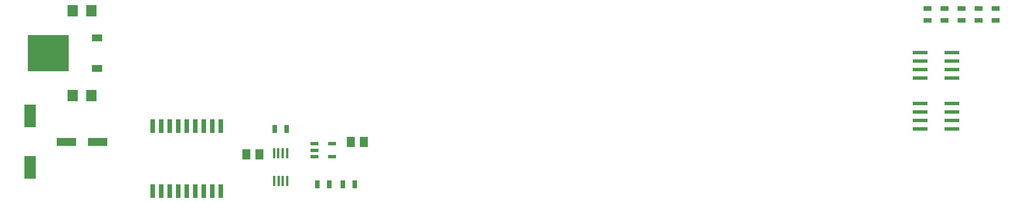
<source format=gtp>
G75*
%MOIN*%
%OFA0B0*%
%FSLAX24Y24*%
%IPPOS*%
%LPD*%
%AMOC8*
5,1,8,0,0,1.08239X$1,22.5*
%
%ADD10R,0.0630X0.0709*%
%ADD11R,0.2441X0.2126*%
%ADD12R,0.0630X0.0394*%
%ADD13R,0.0472X0.0236*%
%ADD14R,0.0315X0.0472*%
%ADD15R,0.0512X0.0591*%
%ADD16R,0.0472X0.0315*%
%ADD17R,0.0860X0.0220*%
%ADD18R,0.0260X0.0800*%
%ADD19R,0.0120X0.0590*%
%ADD20R,0.0160X0.0590*%
%ADD21R,0.0140X0.0590*%
%ADD22R,0.0650X0.1350*%
%ADD23R,0.1150X0.0500*%
D10*
X006794Y010005D03*
X007897Y010005D03*
X007897Y015005D03*
X006794Y015005D03*
D11*
X005361Y012505D03*
D12*
X008235Y011607D03*
X008235Y013403D03*
D13*
X021006Y007154D03*
X021006Y006780D03*
X021006Y006406D03*
X022035Y006406D03*
X022035Y007154D03*
D14*
X019375Y008030D03*
X018666Y008030D03*
X021166Y004780D03*
X021875Y004780D03*
X022666Y004780D03*
X023375Y004780D03*
D15*
X017769Y006530D03*
X017021Y006530D03*
X023146Y007280D03*
X023894Y007280D03*
D16*
X057020Y014426D03*
X058020Y014426D03*
X059020Y014426D03*
X060020Y014426D03*
X061020Y014426D03*
X061020Y015134D03*
X060020Y015134D03*
X059020Y015134D03*
X058020Y015134D03*
X057020Y015134D03*
D17*
X056590Y012530D03*
X056590Y012030D03*
X056590Y011530D03*
X056590Y011030D03*
X058450Y011030D03*
X058450Y011530D03*
X058450Y012030D03*
X058450Y012530D03*
X058450Y009530D03*
X058450Y009030D03*
X058450Y008530D03*
X058450Y008030D03*
X056590Y008030D03*
X056590Y008530D03*
X056590Y009030D03*
X056590Y009530D03*
D18*
X011520Y004350D03*
X012020Y004350D03*
X012520Y004350D03*
X013020Y004350D03*
X013520Y004350D03*
X014020Y004350D03*
X014520Y004350D03*
X015020Y004350D03*
X015520Y004350D03*
X015520Y008210D03*
X015020Y008210D03*
X014520Y008210D03*
X014020Y008210D03*
X013520Y008210D03*
X013020Y008210D03*
X012520Y008210D03*
X012020Y008210D03*
X011520Y008210D03*
D19*
X018640Y006590D03*
X018890Y006590D03*
X019150Y006590D03*
X019400Y006590D03*
X019400Y004970D03*
X018640Y004970D03*
D20*
X018900Y004970D03*
D21*
X019140Y004970D03*
D22*
X004300Y005750D03*
X004300Y008810D03*
D23*
X006454Y007280D03*
X008276Y007280D03*
M02*

</source>
